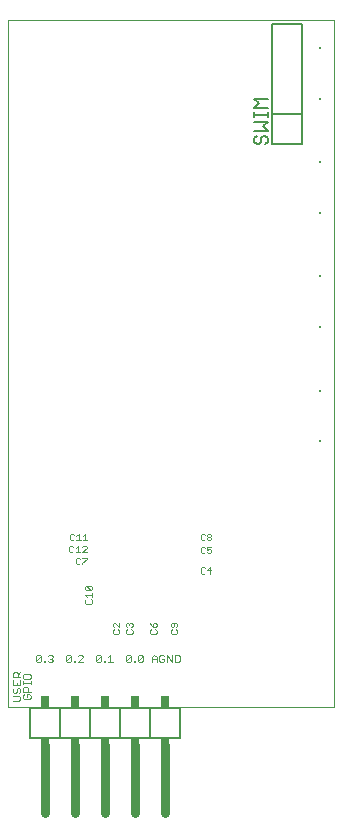
<source format=gto>
G75*
%MOIN*%
%OFA0B0*%
%FSLAX25Y25*%
%IPPOS*%
%LPD*%
%AMOC8*
5,1,8,0,0,1.08239X$1,22.5*
%
%ADD10C,0.00000*%
%ADD11C,0.00300*%
%ADD12C,0.00600*%
%ADD13C,0.03000*%
%ADD14R,0.03000X0.02000*%
%ADD15R,0.03000X0.04000*%
%ADD16R,0.00787X0.00787*%
D10*
X0001000Y0037800D02*
X0001000Y0266800D01*
X0109600Y0266800D01*
X0109600Y0037800D01*
X0001000Y0037800D01*
D11*
X0002588Y0039794D02*
X0004673Y0039794D01*
X0005090Y0040211D01*
X0005090Y0041045D01*
X0004673Y0041462D01*
X0002588Y0041462D01*
X0003005Y0042372D02*
X0003422Y0042372D01*
X0003839Y0042789D01*
X0003839Y0043623D01*
X0004256Y0044040D01*
X0004673Y0044040D01*
X0005090Y0043623D01*
X0005090Y0042789D01*
X0004673Y0042372D01*
X0005948Y0042802D02*
X0005948Y0044053D01*
X0006365Y0044470D01*
X0007199Y0044470D01*
X0007616Y0044053D01*
X0007616Y0042802D01*
X0008450Y0042802D02*
X0005948Y0042802D01*
X0006365Y0041891D02*
X0005948Y0041474D01*
X0005948Y0040640D01*
X0006365Y0040223D01*
X0008033Y0040223D01*
X0008450Y0040640D01*
X0008450Y0041474D01*
X0008033Y0041891D01*
X0007199Y0041891D01*
X0007199Y0041057D01*
X0008450Y0045380D02*
X0008450Y0046214D01*
X0008450Y0045797D02*
X0005948Y0045797D01*
X0005948Y0045380D02*
X0005948Y0046214D01*
X0005090Y0046618D02*
X0005090Y0044950D01*
X0002588Y0044950D01*
X0002588Y0046618D01*
X0002588Y0047528D02*
X0002588Y0048779D01*
X0003005Y0049196D01*
X0003839Y0049196D01*
X0004256Y0048779D01*
X0004256Y0047528D01*
X0005090Y0047528D02*
X0002588Y0047528D01*
X0004256Y0048362D02*
X0005090Y0049196D01*
X0005948Y0048350D02*
X0005948Y0047516D01*
X0006365Y0047098D01*
X0008033Y0047098D01*
X0008450Y0047516D01*
X0008450Y0048350D01*
X0008033Y0048767D01*
X0006365Y0048767D01*
X0005948Y0048350D01*
X0003839Y0045784D02*
X0003839Y0044950D01*
X0003005Y0044040D02*
X0002588Y0043623D01*
X0002588Y0042789D01*
X0003005Y0042372D01*
X0010744Y0052550D02*
X0010327Y0052967D01*
X0011995Y0054635D01*
X0011995Y0052967D01*
X0011578Y0052550D01*
X0010744Y0052550D01*
X0010327Y0052967D02*
X0010327Y0054635D01*
X0010744Y0055052D01*
X0011578Y0055052D01*
X0011995Y0054635D01*
X0012905Y0052967D02*
X0013322Y0052967D01*
X0013322Y0052550D01*
X0012905Y0052550D01*
X0012905Y0052967D01*
X0014195Y0052967D02*
X0014612Y0052550D01*
X0015446Y0052550D01*
X0015863Y0052967D01*
X0015863Y0053384D01*
X0015446Y0053801D01*
X0015029Y0053801D01*
X0015446Y0053801D02*
X0015863Y0054218D01*
X0015863Y0054635D01*
X0015446Y0055052D01*
X0014612Y0055052D01*
X0014195Y0054635D01*
X0020327Y0054635D02*
X0020327Y0052967D01*
X0021995Y0054635D01*
X0021995Y0052967D01*
X0021578Y0052550D01*
X0020744Y0052550D01*
X0020327Y0052967D01*
X0020327Y0054635D02*
X0020744Y0055052D01*
X0021578Y0055052D01*
X0021995Y0054635D01*
X0022905Y0052967D02*
X0023322Y0052967D01*
X0023322Y0052550D01*
X0022905Y0052550D01*
X0022905Y0052967D01*
X0024195Y0052550D02*
X0025863Y0054218D01*
X0025863Y0054635D01*
X0025446Y0055052D01*
X0024612Y0055052D01*
X0024195Y0054635D01*
X0024195Y0052550D02*
X0025863Y0052550D01*
X0030327Y0052967D02*
X0031995Y0054635D01*
X0031995Y0052967D01*
X0031578Y0052550D01*
X0030744Y0052550D01*
X0030327Y0052967D01*
X0030327Y0054635D01*
X0030744Y0055052D01*
X0031578Y0055052D01*
X0031995Y0054635D01*
X0032905Y0052967D02*
X0033322Y0052967D01*
X0033322Y0052550D01*
X0032905Y0052550D01*
X0032905Y0052967D01*
X0034195Y0052550D02*
X0035863Y0052550D01*
X0035029Y0052550D02*
X0035029Y0055052D01*
X0034195Y0054218D01*
X0036299Y0062130D02*
X0037700Y0062130D01*
X0038050Y0062481D01*
X0038050Y0063181D01*
X0037700Y0063531D01*
X0038050Y0064340D02*
X0036649Y0065741D01*
X0036299Y0065741D01*
X0035948Y0065391D01*
X0035948Y0064690D01*
X0036299Y0064340D01*
X0036299Y0063531D02*
X0035948Y0063181D01*
X0035948Y0062481D01*
X0036299Y0062130D01*
X0038050Y0064340D02*
X0038050Y0065741D01*
X0040348Y0065391D02*
X0040699Y0065741D01*
X0041049Y0065741D01*
X0041399Y0065391D01*
X0041749Y0065741D01*
X0042100Y0065741D01*
X0042450Y0065391D01*
X0042450Y0064690D01*
X0042100Y0064340D01*
X0042100Y0063531D02*
X0042450Y0063181D01*
X0042450Y0062481D01*
X0042100Y0062130D01*
X0040699Y0062130D01*
X0040348Y0062481D01*
X0040348Y0063181D01*
X0040699Y0063531D01*
X0040699Y0064340D02*
X0040348Y0064690D01*
X0040348Y0065391D01*
X0041399Y0065391D02*
X0041399Y0065041D01*
X0041578Y0055052D02*
X0040744Y0055052D01*
X0040327Y0054635D01*
X0040327Y0052967D01*
X0041995Y0054635D01*
X0041995Y0052967D01*
X0041578Y0052550D01*
X0040744Y0052550D01*
X0040327Y0052967D01*
X0041995Y0054635D02*
X0041578Y0055052D01*
X0042905Y0052967D02*
X0043322Y0052967D01*
X0043322Y0052550D01*
X0042905Y0052550D01*
X0042905Y0052967D01*
X0044195Y0052967D02*
X0044195Y0054635D01*
X0044612Y0055052D01*
X0045446Y0055052D01*
X0045863Y0054635D01*
X0044195Y0052967D01*
X0044612Y0052550D01*
X0045446Y0052550D01*
X0045863Y0052967D01*
X0045863Y0054635D01*
X0048794Y0054218D02*
X0048794Y0052550D01*
X0048794Y0053801D02*
X0050462Y0053801D01*
X0050462Y0054218D02*
X0050462Y0052550D01*
X0051372Y0052967D02*
X0051372Y0054635D01*
X0051789Y0055052D01*
X0052623Y0055052D01*
X0053040Y0054635D01*
X0053040Y0053801D02*
X0052206Y0053801D01*
X0053040Y0053801D02*
X0053040Y0052967D01*
X0052623Y0052550D01*
X0051789Y0052550D01*
X0051372Y0052967D01*
X0050462Y0054218D02*
X0049628Y0055052D01*
X0048794Y0054218D01*
X0048699Y0062130D02*
X0048348Y0062481D01*
X0048348Y0063181D01*
X0048699Y0063531D01*
X0049399Y0064340D02*
X0049399Y0065391D01*
X0049749Y0065741D01*
X0050100Y0065741D01*
X0050450Y0065391D01*
X0050450Y0064690D01*
X0050100Y0064340D01*
X0049399Y0064340D01*
X0048699Y0065041D01*
X0048348Y0065741D01*
X0048699Y0062130D02*
X0050100Y0062130D01*
X0050450Y0062481D01*
X0050450Y0063181D01*
X0050100Y0063531D01*
X0053950Y0055052D02*
X0055618Y0052550D01*
X0055618Y0055052D01*
X0056528Y0055052D02*
X0056528Y0052550D01*
X0057779Y0052550D01*
X0058196Y0052967D01*
X0058196Y0054635D01*
X0057779Y0055052D01*
X0056528Y0055052D01*
X0053950Y0055052D02*
X0053950Y0052550D01*
X0055499Y0062130D02*
X0055148Y0062481D01*
X0055148Y0063181D01*
X0055499Y0063531D01*
X0055499Y0064340D02*
X0055148Y0064690D01*
X0055148Y0065391D01*
X0055499Y0065741D01*
X0056900Y0065741D01*
X0057250Y0065391D01*
X0057250Y0064690D01*
X0056900Y0064340D01*
X0056199Y0064690D02*
X0056199Y0065741D01*
X0056199Y0064690D02*
X0055849Y0064340D01*
X0055499Y0064340D01*
X0056900Y0063531D02*
X0057250Y0063181D01*
X0057250Y0062481D01*
X0056900Y0062130D01*
X0055499Y0062130D01*
X0065500Y0082150D02*
X0065150Y0082500D01*
X0065150Y0083901D01*
X0065500Y0084252D01*
X0066201Y0084252D01*
X0066551Y0083901D01*
X0067360Y0083201D02*
X0068761Y0083201D01*
X0068411Y0082150D02*
X0068411Y0084252D01*
X0067360Y0083201D01*
X0066551Y0082500D02*
X0066201Y0082150D01*
X0065500Y0082150D01*
X0065500Y0088950D02*
X0065150Y0089300D01*
X0065150Y0090701D01*
X0065500Y0091052D01*
X0066201Y0091052D01*
X0066551Y0090701D01*
X0067360Y0091052D02*
X0067360Y0090001D01*
X0068060Y0090351D01*
X0068411Y0090351D01*
X0068761Y0090001D01*
X0068761Y0089300D01*
X0068411Y0088950D01*
X0067710Y0088950D01*
X0067360Y0089300D01*
X0066551Y0089300D02*
X0066201Y0088950D01*
X0065500Y0088950D01*
X0067360Y0091052D02*
X0068761Y0091052D01*
X0068411Y0093350D02*
X0068761Y0093700D01*
X0068761Y0094051D01*
X0068411Y0094401D01*
X0067710Y0094401D01*
X0067360Y0094751D01*
X0067360Y0095101D01*
X0067710Y0095452D01*
X0068411Y0095452D01*
X0068761Y0095101D01*
X0068761Y0094751D01*
X0068411Y0094401D01*
X0067710Y0094401D02*
X0067360Y0094051D01*
X0067360Y0093700D01*
X0067710Y0093350D01*
X0068411Y0093350D01*
X0066551Y0093700D02*
X0066201Y0093350D01*
X0065500Y0093350D01*
X0065150Y0093700D01*
X0065150Y0095101D01*
X0065500Y0095452D01*
X0066201Y0095452D01*
X0066551Y0095101D01*
X0028850Y0077621D02*
X0028850Y0076920D01*
X0028500Y0076570D01*
X0027099Y0077971D01*
X0028500Y0077971D01*
X0028850Y0077621D01*
X0028500Y0076570D02*
X0027099Y0076570D01*
X0026748Y0076920D01*
X0026748Y0077621D01*
X0027099Y0077971D01*
X0026748Y0075060D02*
X0028850Y0075060D01*
X0028850Y0074360D02*
X0028850Y0075761D01*
X0028500Y0073551D02*
X0028850Y0073201D01*
X0028850Y0072500D01*
X0028500Y0072150D01*
X0027099Y0072150D01*
X0026748Y0072500D01*
X0026748Y0073201D01*
X0027099Y0073551D01*
X0027449Y0074360D02*
X0026748Y0075060D01*
X0025740Y0085350D02*
X0025740Y0085700D01*
X0027141Y0087101D01*
X0027141Y0087452D01*
X0025740Y0087452D01*
X0024931Y0087101D02*
X0024581Y0087452D01*
X0023881Y0087452D01*
X0023530Y0087101D01*
X0023530Y0085700D01*
X0023881Y0085350D01*
X0024581Y0085350D01*
X0024931Y0085700D01*
X0024931Y0089350D02*
X0023530Y0089350D01*
X0024231Y0089350D02*
X0024231Y0091452D01*
X0023530Y0090751D01*
X0022722Y0091101D02*
X0022371Y0091452D01*
X0021671Y0091452D01*
X0021320Y0091101D01*
X0021320Y0089700D01*
X0021671Y0089350D01*
X0022371Y0089350D01*
X0022722Y0089700D01*
X0022601Y0093350D02*
X0021900Y0093350D01*
X0021550Y0093700D01*
X0021550Y0095101D01*
X0021900Y0095452D01*
X0022601Y0095452D01*
X0022951Y0095101D01*
X0023760Y0094751D02*
X0024460Y0095452D01*
X0024460Y0093350D01*
X0023760Y0093350D02*
X0025161Y0093350D01*
X0025970Y0093350D02*
X0027371Y0093350D01*
X0026670Y0093350D02*
X0026670Y0095452D01*
X0025970Y0094751D01*
X0026090Y0091452D02*
X0025740Y0091101D01*
X0026090Y0091452D02*
X0026791Y0091452D01*
X0027141Y0091101D01*
X0027141Y0090751D01*
X0025740Y0089350D01*
X0027141Y0089350D01*
X0022951Y0093700D02*
X0022601Y0093350D01*
D12*
X0018400Y0027500D02*
X0008400Y0027500D01*
X0008400Y0037500D01*
X0018400Y0037500D01*
X0018400Y0027500D01*
X0028400Y0027500D01*
X0038400Y0027500D01*
X0048400Y0027500D01*
X0058400Y0027500D01*
X0058400Y0037500D01*
X0048400Y0037500D01*
X0038400Y0037500D01*
X0028400Y0037500D01*
X0018400Y0037500D01*
X0028400Y0037500D02*
X0028400Y0027500D01*
X0038400Y0027500D02*
X0038400Y0037500D01*
X0048400Y0037500D02*
X0048400Y0027500D01*
X0083830Y0225200D02*
X0084564Y0225200D01*
X0085298Y0225934D01*
X0085298Y0227402D01*
X0086032Y0228136D01*
X0086766Y0228136D01*
X0087500Y0227402D01*
X0087500Y0225934D01*
X0086766Y0225200D01*
X0087500Y0229804D02*
X0086032Y0231272D01*
X0087500Y0232740D01*
X0083096Y0232740D01*
X0083096Y0234408D02*
X0083096Y0235876D01*
X0083096Y0235142D02*
X0087500Y0235142D01*
X0087500Y0234408D02*
X0087500Y0235876D01*
X0088800Y0235200D02*
X0088800Y0245200D01*
X0088800Y0255200D01*
X0088800Y0265200D01*
X0098800Y0265200D01*
X0098800Y0255200D01*
X0098800Y0245200D01*
X0098800Y0235200D01*
X0098800Y0225200D01*
X0088800Y0225200D01*
X0088800Y0235200D01*
X0098800Y0235200D01*
X0087500Y0237477D02*
X0083096Y0237477D01*
X0084564Y0238945D01*
X0083096Y0240413D01*
X0087500Y0240413D01*
X0087500Y0229804D02*
X0083096Y0229804D01*
X0083830Y0228136D02*
X0083096Y0227402D01*
X0083096Y0225934D01*
X0083830Y0225200D01*
D13*
X0053400Y0025000D02*
X0053400Y0002500D01*
X0043400Y0002500D02*
X0043400Y0025000D01*
X0033400Y0025000D02*
X0033400Y0002500D01*
X0023400Y0002500D02*
X0023400Y0025000D01*
X0013400Y0025000D02*
X0013400Y0002500D01*
D14*
X0013400Y0026500D03*
X0023400Y0026500D03*
X0033400Y0026500D03*
X0043400Y0026500D03*
X0053400Y0026500D03*
D15*
X0053400Y0039500D03*
X0043400Y0039500D03*
X0033400Y0039500D03*
X0023400Y0039500D03*
X0013400Y0039500D03*
D16*
X0105000Y0126206D03*
X0105000Y0142994D03*
X0105000Y0164406D03*
X0105000Y0181194D03*
X0105000Y0202406D03*
X0105000Y0219194D03*
X0105000Y0240406D03*
X0105000Y0257194D03*
M02*

</source>
